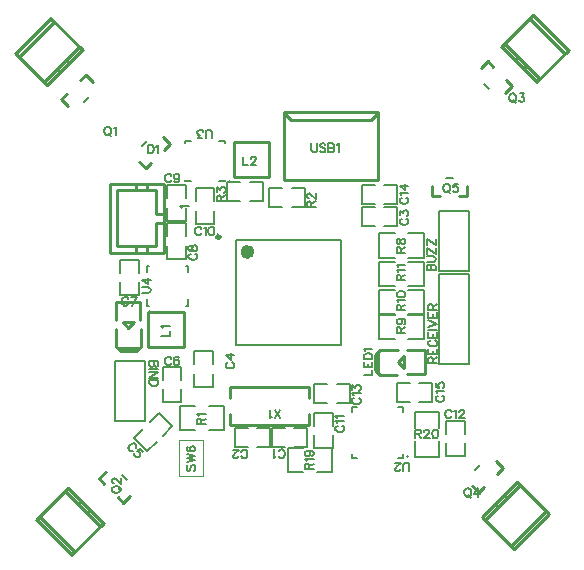
<source format=gto>
G04 ---------------------------- Layer name :TOP SILK LAYER*
G04 EasyEDA v5.6.15, Thu, 26 Jul 2018 23:30:40 GMT*
G04 3f3d84fbcde042cdb59b76facc9dedd5*
G04 Gerber Generator version 0.2*
G04 Scale: 100 percent, Rotated: No, Reflected: No *
G04 Dimensions in millimeters *
G04 leading zeros omitted , absolute positions ,3 integer and 3 decimal *
%FSLAX33Y33*%
%MOMM*%
G90*
G71D02*

%ADD10C,0.254000*%
%ADD49C,0.200000*%
%ADD50C,0.100000*%
%ADD51C,0.199898*%
%ADD52C,0.203200*%
%ADD53C,0.202999*%
%ADD54C,0.200660*%
%ADD55C,0.249999*%
%ADD56C,0.099060*%
%ADD57C,0.599999*%
%ADD58C,0.299999*%
%ADD59C,0.127000*%
%ADD60C,0.152400*%

%LPD*%
G54D10*
G01X34011Y49249D02*
G01X34011Y46249D01*
G01X31011Y46249D01*
G01X31011Y49249D01*
G01X34011Y49249D01*
G01X18022Y54468D02*
G01X18488Y54934D01*
G01X18022Y54468D01*
G01X18488Y54934D01*
G01X19065Y54358D01*
G01X17000Y52293D02*
G01X16424Y52869D01*
G01X16890Y53336D01*
G54D49*
G01X18340Y52594D02*
G01X18764Y53018D01*
G54D10*
G01X48475Y44673D02*
G01X47816Y44673D01*
G01X48475Y44673D01*
G01X47816Y44673D01*
G01X47816Y45488D01*
G01X50735Y45488D02*
G01X50735Y44673D01*
G01X50076Y44673D01*
G54D49*
G01X49575Y46223D02*
G01X48976Y46223D01*
G54D50*
G01X28448Y20939D02*
G01X26416Y20939D01*
G01X26416Y23987D01*
G01X28448Y23987D01*
G01X28448Y20939D01*
G54D49*
G01X36124Y25041D02*
G01X37224Y25041D01*
G01X37224Y23441D01*
G01X36124Y23441D01*
G01X35325Y25041D02*
G01X34224Y25041D01*
G01X34224Y24041D01*
G01X34224Y23441D01*
G01X35325Y23441D01*
G01X32175Y23441D02*
G01X31075Y23441D01*
G01X31075Y25041D01*
G01X32175Y25041D01*
G01X32975Y23441D02*
G01X34075Y23441D01*
G01X34075Y24441D01*
G01X34075Y25041D01*
G01X32975Y25041D01*
G01X43744Y43710D02*
G01X44844Y43710D01*
G01X44844Y42110D01*
G01X43744Y42110D01*
G01X42945Y43710D02*
G01X41844Y43710D01*
G01X41844Y42710D01*
G01X41844Y42110D01*
G01X42945Y42110D01*
G01X29248Y29645D02*
G01X29248Y28545D01*
G01X27647Y28545D01*
G01X27647Y29645D01*
G01X29248Y30445D02*
G01X29248Y31545D01*
G01X28248Y31545D01*
G01X27647Y31545D01*
G01X27647Y30445D01*
G01X43744Y45615D02*
G01X44844Y45615D01*
G01X44844Y44015D01*
G01X43744Y44015D01*
G01X42945Y45615D02*
G01X41844Y45615D01*
G01X41844Y44615D01*
G01X41844Y44015D01*
G01X42945Y44015D01*
G54D10*
G01X30729Y27608D02*
G01X30729Y28508D01*
G01X37379Y28508D01*
G01X37379Y27608D01*
G01X37379Y26208D02*
G01X37379Y25308D01*
G01X30729Y25308D01*
G01X30729Y26208D01*
G54D49*
G01X45917Y27251D02*
G01X44817Y27251D01*
G01X44817Y28851D01*
G01X45917Y28851D01*
G01X46716Y27251D02*
G01X47817Y27251D01*
G01X47817Y28251D01*
G01X47817Y28851D01*
G01X46716Y28851D01*
G01X38932Y27124D02*
G01X37832Y27124D01*
G01X37832Y28724D01*
G01X38932Y28724D01*
G01X39731Y27124D02*
G01X40832Y27124D01*
G01X40832Y28124D01*
G01X40832Y28724D01*
G01X39731Y28724D01*
G01X39408Y24438D02*
G01X39408Y23338D01*
G01X37807Y23338D01*
G01X37807Y24438D01*
G01X39408Y25238D02*
G01X39408Y26338D01*
G01X38408Y26338D01*
G01X37807Y26338D01*
G01X37807Y25238D01*
G54D51*
G01X38019Y21301D02*
G01X39340Y21301D01*
G01X39340Y23371D01*
G01X38019Y23371D01*
G01X36887Y21301D02*
G01X35567Y21301D01*
G01X35567Y23371D01*
G01X36887Y23371D01*
G01X46335Y23940D02*
G01X46335Y22620D01*
G01X48406Y22620D01*
G01X48406Y23940D01*
G01X46335Y25072D02*
G01X46335Y26392D01*
G01X48406Y26392D01*
G01X48406Y25072D01*
G54D10*
G01X26785Y31885D02*
G01X23785Y31885D01*
G01X23785Y34885D01*
G01X26785Y34885D01*
G01X26785Y31885D01*
G54D49*
G01X22948Y37392D02*
G01X22948Y36292D01*
G01X21348Y36292D01*
G01X21348Y37392D01*
G01X22948Y38192D02*
G01X22948Y39292D01*
G01X21948Y39292D01*
G01X21348Y39292D01*
G01X21348Y38192D01*
G54D10*
G01X23114Y34192D02*
G01X23114Y35742D01*
G01X21082Y35742D01*
G01X21082Y34192D01*
G01X23139Y33405D02*
G01X23139Y31932D01*
G01X22733Y31525D01*
G01X21463Y31525D01*
G01X21082Y31906D01*
G01X21082Y33430D01*
G01X22597Y33966D02*
G01X21597Y33966D01*
G01X21598Y33966D01*
G01X22098Y33466D01*
G01X22098Y33466D01*
G01X22597Y33966D01*
G01X22898Y31766D02*
G01X21297Y31766D01*
G54D49*
G01X25361Y44491D02*
G01X25361Y45591D01*
G01X26962Y45591D01*
G01X26962Y44491D01*
G01X25361Y43691D02*
G01X25361Y42591D01*
G01X26361Y42591D01*
G01X26962Y42591D01*
G01X26962Y43691D01*
G01X35122Y43761D02*
G01X34022Y43761D01*
G01X34022Y45361D01*
G01X35122Y45361D01*
G01X35921Y43761D02*
G01X37022Y43761D01*
G01X37022Y44761D01*
G01X37022Y45361D01*
G01X35921Y45361D01*
G01X31566Y44269D02*
G01X30466Y44269D01*
G01X30466Y45869D01*
G01X31566Y45869D01*
G01X32365Y44269D02*
G01X33466Y44269D01*
G01X33466Y45269D01*
G01X33466Y45869D01*
G01X32365Y45869D01*
G54D52*
G01X50927Y38338D02*
G01X48387Y38338D01*
G01X48387Y43418D01*
G01X50927Y43418D01*
G01X50927Y41513D01*
G54D53*
G01X50927Y38338D02*
G01X50927Y41513D01*
G54D52*
G01X50927Y36179D02*
G01X50927Y38084D01*
G01X48387Y38084D01*
G01X48387Y30464D01*
G01X50927Y30464D01*
G54D53*
G01X50927Y30464D02*
G01X50927Y36179D01*
G54D52*
G01X20955Y30718D02*
G01X23495Y30718D01*
G01X23495Y25638D01*
G01X20955Y25638D01*
G01X20955Y27543D01*
G54D53*
G01X20955Y30718D02*
G01X20955Y27543D01*
G54D10*
G01X20065Y20292D02*
G01X19599Y20759D01*
G01X20065Y20292D01*
G01X19599Y20759D01*
G01X20175Y21335D01*
G01X22240Y19271D02*
G01X21663Y18694D01*
G01X21197Y19161D01*
G54D49*
G01X21939Y20611D02*
G01X21515Y21035D01*
G54D10*
G01X54102Y54479D02*
G01X54568Y54012D01*
G01X54102Y54479D01*
G01X54568Y54012D01*
G01X53992Y53436D01*
G01X51927Y55501D02*
G01X52504Y56077D01*
G01X52970Y55611D01*
G54D49*
G01X52228Y54161D02*
G01X52652Y53737D01*
G54D51*
G01X45766Y34636D02*
G01X47087Y34636D01*
G01X47087Y36706D01*
G01X45766Y36706D01*
G01X44634Y34636D02*
G01X43314Y34636D01*
G01X43314Y36706D01*
G01X44634Y36706D01*
G01X45766Y37049D02*
G01X47087Y37049D01*
G01X47087Y39119D01*
G01X45766Y39119D01*
G01X44634Y37049D02*
G01X43314Y37049D01*
G01X43314Y39119D01*
G01X44634Y39119D01*
G01X45766Y32604D02*
G01X47087Y32604D01*
G01X47087Y34674D01*
G01X45766Y34674D01*
G01X44634Y32604D02*
G01X43314Y32604D01*
G01X43314Y34674D01*
G01X44634Y34674D01*
G54D10*
G01X52021Y17510D02*
G01X54736Y14795D01*
G01X54991Y20480D02*
G01X57706Y17765D01*
G01X52031Y17499D02*
G01X55001Y20469D01*
G01X57696Y17775D02*
G01X54726Y14805D01*
G01X52301Y17230D02*
G01X55271Y20200D01*
G01X54456Y15075D02*
G01X57426Y18045D01*
G01X53157Y18625D02*
G01X53427Y18356D01*
G01X53876Y19344D02*
G01X54145Y19074D01*
G01X17017Y19972D02*
G01X14302Y17257D01*
G01X19987Y17002D02*
G01X17272Y14287D01*
G01X17007Y19961D02*
G01X19977Y16991D01*
G01X17282Y14297D02*
G01X14312Y17267D01*
G01X16737Y19692D02*
G01X19707Y16722D01*
G01X14582Y17537D02*
G01X17552Y14567D01*
G01X18132Y18836D02*
G01X17863Y18566D01*
G01X18851Y18117D02*
G01X18581Y17848D01*
G01X56642Y54292D02*
G01X59357Y57007D01*
G01X53672Y57262D02*
G01X56387Y59977D01*
G01X56652Y54302D02*
G01X53682Y57272D01*
G01X56377Y59966D02*
G01X59347Y56996D01*
G01X56922Y54572D02*
G01X53952Y57542D01*
G01X59077Y56727D02*
G01X56107Y59697D01*
G01X55527Y55428D02*
G01X55796Y55697D01*
G01X54808Y56146D02*
G01X55078Y56416D01*
G01X18209Y57008D02*
G01X15494Y59723D01*
G01X15239Y54038D02*
G01X12524Y56753D01*
G01X18199Y57018D02*
G01X15229Y54048D01*
G01X12534Y56742D02*
G01X15504Y59712D01*
G01X17929Y57288D02*
G01X14959Y54318D01*
G01X15774Y59443D02*
G01X12804Y56473D01*
G01X17073Y55892D02*
G01X16803Y56162D01*
G01X16354Y55174D02*
G01X16085Y55443D01*
G01X24014Y47482D02*
G01X23548Y47015D01*
G01X24014Y47482D01*
G01X23548Y47015D01*
G01X22971Y47592D01*
G01X25036Y49656D02*
G01X25612Y49080D01*
G01X25146Y48613D01*
G54D49*
G01X23696Y49356D02*
G01X23272Y48932D01*
G54D10*
G01X45637Y29575D02*
G01X47187Y29575D01*
G01X47187Y31607D01*
G01X45637Y31607D01*
G01X44850Y29550D02*
G01X43377Y29550D01*
G01X42970Y29956D01*
G01X42970Y31226D01*
G01X43351Y31607D01*
G01X44875Y31607D01*
G01X45411Y30091D02*
G01X45411Y31091D01*
G01X45411Y31091D01*
G01X44912Y30591D01*
G01X44912Y30591D01*
G01X45411Y30091D01*
G01X43212Y29791D02*
G01X43212Y31391D01*
G01X20574Y45730D02*
G01X20574Y39837D01*
G01X22758Y39837D01*
G01X22758Y40421D01*
G01X23672Y40421D01*
G01X23672Y39837D01*
G01X25069Y39837D01*
G01X25069Y42377D01*
G01X25069Y43190D01*
G01X25069Y45730D01*
G01X23672Y45730D01*
G01X23672Y45145D01*
G01X22758Y45145D01*
G01X22758Y45730D01*
G01X20574Y45730D01*
G01X22758Y45730D02*
G01X23672Y45730D01*
G01X22758Y39837D02*
G01X23672Y39837D01*
G01X22758Y40421D02*
G01X21158Y40421D01*
G01X21158Y45145D01*
G01X22758Y45145D01*
G01X23672Y40421D02*
G01X24460Y40421D01*
G01X24460Y42377D01*
G01X25069Y42377D01*
G01X23672Y45145D02*
G01X24460Y45145D01*
G01X24460Y43190D01*
G01X25069Y43190D01*
G54D49*
G01X48983Y24552D02*
G01X48983Y25652D01*
G01X50584Y25652D01*
G01X50584Y24552D01*
G01X48983Y23752D02*
G01X48983Y22652D01*
G01X49983Y22652D01*
G01X50584Y22652D01*
G01X50584Y23752D01*
G01X45330Y22872D02*
G01X45330Y22472D01*
G01X44930Y22472D01*
G01X41429Y22472D02*
G01X41029Y22472D01*
G01X41029Y22872D01*
G01X41429Y26772D02*
G01X41029Y26772D01*
G01X41029Y26372D01*
G01X44930Y26772D02*
G01X45330Y26772D01*
G01X45330Y26372D01*
G54D10*
G01X35243Y46078D02*
G01X35243Y51818D01*
G01X35243Y46068D02*
G01X43242Y46068D01*
G01X43242Y46068D02*
G01X43242Y51808D01*
G01X35243Y51828D02*
G01X43242Y51828D01*
G01X35853Y51118D02*
G01X42622Y51118D01*
G01X35263Y51828D02*
G01X35263Y51708D01*
G01X35853Y51118D01*
G01X43213Y51808D02*
G01X43213Y51708D01*
G01X42622Y51118D01*
G54D51*
G01X45766Y39462D02*
G01X47087Y39462D01*
G01X47087Y41532D01*
G01X45766Y41532D01*
G01X44634Y39462D02*
G01X43314Y39462D01*
G01X43314Y41532D01*
G01X44634Y41532D01*
G54D10*
G01X52208Y20050D02*
G01X51742Y19583D01*
G01X52208Y20050D01*
G01X51742Y19583D01*
G01X51165Y20160D01*
G01X53230Y22224D02*
G01X53806Y21648D01*
G01X53340Y21181D01*
G54D49*
G01X51890Y21924D02*
G01X51466Y21500D01*
G54D54*
G01X27099Y35918D02*
G01X27099Y35369D01*
G01X26939Y35369D01*
G01X27099Y38219D02*
G01X27099Y38768D01*
G01X26939Y38768D01*
G01X23700Y38219D02*
G01X23700Y38768D01*
G01X23860Y38768D01*
G01X23860Y35369D02*
G01X23700Y35369D01*
G01X23700Y35918D01*
G01X29725Y49309D02*
G01X30274Y49309D01*
G01X30274Y49149D01*
G01X27424Y49309D02*
G01X26875Y49309D01*
G01X26875Y49149D01*
G01X27424Y45910D02*
G01X26875Y45910D01*
G01X26875Y46070D01*
G01X30274Y46070D02*
G01X30274Y45910D01*
G01X29725Y45910D01*
G54D51*
G01X28875Y24857D02*
G01X30196Y24857D01*
G01X30196Y26927D01*
G01X28875Y26927D01*
G01X27743Y24857D02*
G01X26423Y24857D01*
G01X26423Y26927D01*
G01X27743Y26927D01*
G54D49*
G01X23904Y25528D02*
G01X24682Y26306D01*
G01X25814Y25175D01*
G01X25036Y24397D01*
G01X23339Y24963D02*
G01X22561Y24185D01*
G01X23268Y23478D01*
G01X23692Y23054D01*
G01X24470Y23831D01*
G01X24980Y29124D02*
G01X24980Y30224D01*
G01X26581Y30224D01*
G01X26581Y29124D01*
G01X24980Y28324D02*
G01X24980Y27224D01*
G01X25980Y27224D01*
G01X26581Y27224D01*
G01X26581Y28324D01*
G01X26987Y40466D02*
G01X26987Y39366D01*
G01X25387Y39366D01*
G01X25387Y40466D01*
G01X26987Y41266D02*
G01X26987Y42366D01*
G01X25987Y42366D01*
G01X25387Y42366D01*
G01X25387Y41266D01*
G01X27774Y44237D02*
G01X27774Y45337D01*
G01X29375Y45337D01*
G01X29375Y44237D01*
G01X27774Y43437D02*
G01X27774Y42337D01*
G01X28774Y42337D01*
G01X29375Y42337D01*
G01X29375Y43437D01*
G01X40070Y40947D02*
G01X40070Y32047D01*
G01X31170Y32047D01*
G01X31170Y40947D01*
G01X40070Y40947D01*
G54D59*
G01X31785Y48013D02*
G01X31785Y47284D01*
G01X31785Y47284D02*
G01X32202Y47284D01*
G01X32463Y47838D02*
G01X32463Y47873D01*
G01X32499Y47942D01*
G01X32534Y47978D01*
G01X32603Y48013D01*
G01X32740Y48013D01*
G01X32811Y47978D01*
G01X32844Y47942D01*
G01X32880Y47873D01*
G01X32880Y47805D01*
G01X32844Y47736D01*
G01X32776Y47632D01*
G01X32430Y47284D01*
G01X32915Y47284D01*
G01X20274Y50553D02*
G01X20205Y50518D01*
G01X20134Y50449D01*
G01X20101Y50378D01*
G01X20066Y50276D01*
G01X20066Y50101D01*
G01X20101Y49997D01*
G01X20134Y49928D01*
G01X20205Y49860D01*
G01X20274Y49824D01*
G01X20411Y49824D01*
G01X20482Y49860D01*
G01X20551Y49928D01*
G01X20586Y49997D01*
G01X20619Y50101D01*
G01X20619Y50276D01*
G01X20586Y50378D01*
G01X20551Y50449D01*
G01X20482Y50518D01*
G01X20411Y50553D01*
G01X20274Y50553D01*
G01X20378Y49964D02*
G01X20586Y49756D01*
G01X20848Y50413D02*
G01X20916Y50449D01*
G01X21021Y50553D01*
G01X21021Y49824D01*
G01X48976Y45727D02*
G01X48907Y45692D01*
G01X48836Y45623D01*
G01X48803Y45552D01*
G01X48768Y45450D01*
G01X48768Y45275D01*
G01X48803Y45171D01*
G01X48836Y45102D01*
G01X48907Y45034D01*
G01X48976Y44998D01*
G01X49113Y44998D01*
G01X49184Y45034D01*
G01X49253Y45102D01*
G01X49288Y45171D01*
G01X49321Y45275D01*
G01X49321Y45450D01*
G01X49288Y45552D01*
G01X49253Y45623D01*
G01X49184Y45692D01*
G01X49113Y45727D01*
G01X48976Y45727D01*
G01X49080Y45138D02*
G01X49288Y44930D01*
G01X49966Y45727D02*
G01X49618Y45727D01*
G01X49585Y45415D01*
G01X49618Y45450D01*
G01X49723Y45483D01*
G01X49827Y45483D01*
G01X49931Y45450D01*
G01X49999Y45379D01*
G01X50035Y45275D01*
G01X50035Y45206D01*
G01X49999Y45102D01*
G01X49931Y45034D01*
G01X49827Y44998D01*
G01X49723Y44998D01*
G01X49618Y45034D01*
G01X49585Y45069D01*
G01X49550Y45138D01*
G01X27119Y21897D02*
G01X27051Y21828D01*
G01X27015Y21724D01*
G01X27015Y21584D01*
G01X27051Y21480D01*
G01X27119Y21412D01*
G01X27190Y21412D01*
G01X27259Y21447D01*
G01X27292Y21480D01*
G01X27327Y21551D01*
G01X27396Y21757D01*
G01X27432Y21828D01*
G01X27467Y21861D01*
G01X27536Y21897D01*
G01X27640Y21897D01*
G01X27708Y21828D01*
G01X27744Y21724D01*
G01X27744Y21584D01*
G01X27708Y21480D01*
G01X27640Y21412D01*
G01X27015Y22125D02*
G01X27744Y22298D01*
G01X27015Y22471D02*
G01X27744Y22298D01*
G01X27015Y22471D02*
G01X27744Y22644D01*
G01X27015Y22819D02*
G01X27744Y22644D01*
G01X27119Y23461D02*
G01X27051Y23428D01*
G01X27015Y23324D01*
G01X27015Y23253D01*
G01X27051Y23152D01*
G01X27155Y23080D01*
G01X27327Y23047D01*
G01X27500Y23047D01*
G01X27640Y23080D01*
G01X27708Y23152D01*
G01X27744Y23253D01*
G01X27744Y23289D01*
G01X27708Y23393D01*
G01X27640Y23461D01*
G01X27536Y23497D01*
G01X27500Y23497D01*
G01X27396Y23461D01*
G01X27327Y23393D01*
G01X27292Y23289D01*
G01X27292Y23253D01*
G01X27327Y23152D01*
G01X27396Y23080D01*
G01X27500Y23047D01*
G54D60*
G01X34818Y22672D02*
G01X34853Y22600D01*
G01X34922Y22532D01*
G01X34993Y22496D01*
G01X35130Y22496D01*
G01X35199Y22532D01*
G01X35270Y22600D01*
G01X35303Y22672D01*
G01X35339Y22773D01*
G01X35339Y22948D01*
G01X35303Y23053D01*
G01X35270Y23121D01*
G01X35199Y23190D01*
G01X35130Y23225D01*
G01X34993Y23225D01*
G01X34922Y23190D01*
G01X34853Y23121D01*
G01X34818Y23053D01*
G01X34589Y22636D02*
G01X34521Y22600D01*
G01X34417Y22496D01*
G01X34417Y23225D01*
G01X31645Y22641D02*
G01X31681Y22570D01*
G01X31750Y22501D01*
G01X31821Y22466D01*
G01X31958Y22466D01*
G01X32026Y22501D01*
G01X32098Y22570D01*
G01X32131Y22641D01*
G01X32166Y22743D01*
G01X32166Y22918D01*
G01X32131Y23022D01*
G01X32098Y23091D01*
G01X32026Y23159D01*
G01X31958Y23195D01*
G01X31821Y23195D01*
G01X31750Y23159D01*
G01X31681Y23091D01*
G01X31645Y23022D01*
G01X31384Y22641D02*
G01X31384Y22605D01*
G01X31348Y22537D01*
G01X31315Y22501D01*
G01X31244Y22466D01*
G01X31107Y22466D01*
G01X31036Y22501D01*
G01X31003Y22537D01*
G01X30967Y22605D01*
G01X30967Y22674D01*
G01X31003Y22743D01*
G01X31071Y22847D01*
G01X31417Y23195D01*
G01X30934Y23195D01*
G54D59*
G01X45224Y42760D02*
G01X45153Y42725D01*
G01X45085Y42656D01*
G01X45049Y42585D01*
G01X45049Y42448D01*
G01X45085Y42379D01*
G01X45153Y42308D01*
G01X45224Y42275D01*
G01X45326Y42240D01*
G01X45501Y42240D01*
G01X45605Y42275D01*
G01X45674Y42308D01*
G01X45742Y42379D01*
G01X45778Y42448D01*
G01X45778Y42585D01*
G01X45742Y42656D01*
G01X45674Y42725D01*
G01X45605Y42760D01*
G01X45049Y43058D02*
G01X45049Y43439D01*
G01X45326Y43230D01*
G01X45326Y43334D01*
G01X45361Y43403D01*
G01X45397Y43439D01*
G01X45501Y43472D01*
G01X45570Y43472D01*
G01X45674Y43439D01*
G01X45742Y43370D01*
G01X45778Y43266D01*
G01X45778Y43162D01*
G01X45742Y43058D01*
G01X45707Y43022D01*
G01X45638Y42989D01*
G01X30492Y30604D02*
G01X30421Y30568D01*
G01X30353Y30500D01*
G01X30317Y30429D01*
G01X30317Y30292D01*
G01X30353Y30223D01*
G01X30421Y30152D01*
G01X30492Y30119D01*
G01X30594Y30083D01*
G01X30769Y30083D01*
G01X30873Y30119D01*
G01X30942Y30152D01*
G01X31010Y30223D01*
G01X31046Y30292D01*
G01X31046Y30429D01*
G01X31010Y30500D01*
G01X30942Y30568D01*
G01X30873Y30604D01*
G01X30317Y31178D02*
G01X30802Y30833D01*
G01X30802Y31351D01*
G01X30317Y31178D02*
G01X31046Y31178D01*
G01X45224Y44538D02*
G01X45153Y44503D01*
G01X45084Y44434D01*
G01X45049Y44363D01*
G01X45049Y44226D01*
G01X45084Y44157D01*
G01X45153Y44086D01*
G01X45224Y44053D01*
G01X45326Y44018D01*
G01X45501Y44018D01*
G01X45605Y44053D01*
G01X45674Y44086D01*
G01X45742Y44157D01*
G01X45778Y44226D01*
G01X45778Y44363D01*
G01X45742Y44434D01*
G01X45674Y44503D01*
G01X45605Y44538D01*
G01X45189Y44767D02*
G01X45153Y44836D01*
G01X45049Y44940D01*
G01X45778Y44940D01*
G01X45049Y45514D02*
G01X45534Y45168D01*
G01X45534Y45687D01*
G01X45049Y45514D02*
G01X45778Y45514D01*
G54D60*
G01X34960Y25859D02*
G01X34475Y26588D01*
G01X34475Y25859D02*
G01X34960Y26588D01*
G01X34246Y25999D02*
G01X34178Y25963D01*
G01X34074Y25859D01*
G01X34074Y26588D01*
G54D59*
G01X48272Y27774D02*
G01X48201Y27739D01*
G01X48133Y27670D01*
G01X48097Y27599D01*
G01X48097Y27462D01*
G01X48133Y27393D01*
G01X48201Y27322D01*
G01X48272Y27289D01*
G01X48374Y27254D01*
G01X48549Y27254D01*
G01X48653Y27289D01*
G01X48722Y27322D01*
G01X48790Y27393D01*
G01X48826Y27462D01*
G01X48826Y27599D01*
G01X48790Y27670D01*
G01X48722Y27739D01*
G01X48653Y27774D01*
G01X48237Y28003D02*
G01X48201Y28072D01*
G01X48097Y28176D01*
G01X48826Y28176D01*
G01X48097Y28818D02*
G01X48097Y28473D01*
G01X48409Y28437D01*
G01X48374Y28473D01*
G01X48341Y28577D01*
G01X48341Y28681D01*
G01X48374Y28785D01*
G01X48445Y28854D01*
G01X48549Y28889D01*
G01X48618Y28889D01*
G01X48722Y28854D01*
G01X48790Y28785D01*
G01X48826Y28681D01*
G01X48826Y28577D01*
G01X48790Y28473D01*
G01X48755Y28437D01*
G01X48686Y28404D01*
G01X41196Y27571D02*
G01X41125Y27536D01*
G01X41056Y27467D01*
G01X41021Y27396D01*
G01X41021Y27259D01*
G01X41056Y27190D01*
G01X41125Y27119D01*
G01X41196Y27086D01*
G01X41297Y27051D01*
G01X41473Y27051D01*
G01X41577Y27086D01*
G01X41645Y27119D01*
G01X41714Y27190D01*
G01X41750Y27259D01*
G01X41750Y27396D01*
G01X41714Y27467D01*
G01X41645Y27536D01*
G01X41577Y27571D01*
G01X41160Y27800D02*
G01X41125Y27868D01*
G01X41021Y27973D01*
G01X41750Y27973D01*
G01X41021Y28270D02*
G01X41021Y28651D01*
G01X41297Y28442D01*
G01X41297Y28547D01*
G01X41333Y28615D01*
G01X41369Y28651D01*
G01X41473Y28686D01*
G01X41541Y28686D01*
G01X41645Y28651D01*
G01X41714Y28582D01*
G01X41750Y28478D01*
G01X41750Y28374D01*
G01X41714Y28270D01*
G01X41678Y28234D01*
G01X41610Y28201D01*
G01X39799Y25217D02*
G01X39728Y25181D01*
G01X39659Y25112D01*
G01X39624Y25041D01*
G01X39624Y24904D01*
G01X39659Y24836D01*
G01X39728Y24765D01*
G01X39799Y24731D01*
G01X39900Y24696D01*
G01X40076Y24696D01*
G01X40180Y24731D01*
G01X40248Y24765D01*
G01X40317Y24836D01*
G01X40352Y24904D01*
G01X40352Y25041D01*
G01X40317Y25112D01*
G01X40248Y25181D01*
G01X40180Y25217D01*
G01X39763Y25445D02*
G01X39728Y25514D01*
G01X39624Y25618D01*
G01X40352Y25618D01*
G01X39763Y25847D02*
G01X39728Y25915D01*
G01X39624Y26019D01*
G01X40352Y26019D01*
G01X37048Y21539D02*
G01X37777Y21539D01*
G01X37048Y21539D02*
G01X37048Y21851D01*
G01X37084Y21955D01*
G01X37119Y21988D01*
G01X37188Y22024D01*
G01X37256Y22024D01*
G01X37325Y21988D01*
G01X37360Y21955D01*
G01X37396Y21851D01*
G01X37396Y21539D01*
G01X37396Y21780D02*
G01X37777Y22024D01*
G01X37188Y22252D02*
G01X37152Y22321D01*
G01X37048Y22425D01*
G01X37777Y22425D01*
G01X37292Y23103D02*
G01X37396Y23070D01*
G01X37465Y22999D01*
G01X37500Y22898D01*
G01X37500Y22862D01*
G01X37465Y22758D01*
G01X37396Y22689D01*
G01X37292Y22654D01*
G01X37256Y22654D01*
G01X37152Y22689D01*
G01X37084Y22758D01*
G01X37048Y22862D01*
G01X37048Y22898D01*
G01X37084Y22999D01*
G01X37152Y23070D01*
G01X37292Y23103D01*
G01X37465Y23103D01*
G01X37637Y23070D01*
G01X37741Y22999D01*
G01X37777Y22898D01*
G01X37777Y22827D01*
G01X37741Y22722D01*
G01X37673Y22689D01*
G01X46390Y24904D02*
G01X46390Y24175D01*
G01X46390Y24904D02*
G01X46702Y24904D01*
G01X46807Y24869D01*
G01X46840Y24833D01*
G01X46875Y24765D01*
G01X46875Y24696D01*
G01X46840Y24627D01*
G01X46807Y24592D01*
G01X46702Y24556D01*
G01X46390Y24556D01*
G01X46631Y24556D02*
G01X46875Y24175D01*
G01X47139Y24729D02*
G01X47139Y24765D01*
G01X47172Y24833D01*
G01X47208Y24869D01*
G01X47276Y24904D01*
G01X47416Y24904D01*
G01X47485Y24869D01*
G01X47520Y24833D01*
G01X47553Y24765D01*
G01X47553Y24696D01*
G01X47520Y24627D01*
G01X47449Y24523D01*
G01X47104Y24175D01*
G01X47589Y24175D01*
G01X48026Y24904D02*
G01X47922Y24869D01*
G01X47851Y24765D01*
G01X47818Y24592D01*
G01X47818Y24488D01*
G01X47851Y24315D01*
G01X47922Y24211D01*
G01X48026Y24175D01*
G01X48094Y24175D01*
G01X48199Y24211D01*
G01X48267Y24315D01*
G01X48303Y24488D01*
G01X48303Y24592D01*
G01X48267Y24765D01*
G01X48199Y24869D01*
G01X48094Y24904D01*
G01X48026Y24904D01*
G54D60*
G01X24856Y32842D02*
G01X25585Y32842D01*
G01X25585Y32842D02*
G01X25585Y33258D01*
G01X24996Y33487D02*
G01X24960Y33555D01*
G01X24856Y33660D01*
G01X25585Y33660D01*
G54D59*
G01X22070Y35951D02*
G01X22034Y36022D01*
G01X21965Y36090D01*
G01X21894Y36126D01*
G01X21757Y36126D01*
G01X21689Y36090D01*
G01X21618Y36022D01*
G01X21584Y35951D01*
G01X21549Y35849D01*
G01X21549Y35674D01*
G01X21584Y35570D01*
G01X21618Y35501D01*
G01X21689Y35432D01*
G01X21757Y35397D01*
G01X21894Y35397D01*
G01X21965Y35432D01*
G01X22034Y35501D01*
G01X22070Y35570D01*
G01X22781Y36126D02*
G01X22435Y35397D01*
G01X22298Y36126D02*
G01X22781Y36126D01*
G01X25702Y46398D02*
G01X25666Y46469D01*
G01X25598Y46537D01*
G01X25526Y46573D01*
G01X25389Y46573D01*
G01X25321Y46537D01*
G01X25250Y46469D01*
G01X25217Y46398D01*
G01X25181Y46296D01*
G01X25181Y46121D01*
G01X25217Y46017D01*
G01X25250Y45948D01*
G01X25321Y45880D01*
G01X25389Y45844D01*
G01X25526Y45844D01*
G01X25598Y45880D01*
G01X25666Y45948D01*
G01X25702Y46017D01*
G01X26380Y46329D02*
G01X26344Y46225D01*
G01X26276Y46156D01*
G01X26172Y46121D01*
G01X26136Y46121D01*
G01X26032Y46156D01*
G01X25963Y46225D01*
G01X25930Y46329D01*
G01X25930Y46365D01*
G01X25963Y46469D01*
G01X26032Y46537D01*
G01X26136Y46573D01*
G01X26172Y46573D01*
G01X26276Y46537D01*
G01X26344Y46469D01*
G01X26380Y46329D01*
G01X26380Y46156D01*
G01X26344Y45984D01*
G01X26276Y45880D01*
G01X26172Y45844D01*
G01X26103Y45844D01*
G01X25999Y45880D01*
G01X25963Y45948D01*
G01X37210Y43743D02*
G01X37939Y43743D01*
G01X37210Y43743D02*
G01X37210Y44056D01*
G01X37246Y44160D01*
G01X37282Y44193D01*
G01X37350Y44229D01*
G01X37419Y44229D01*
G01X37487Y44193D01*
G01X37523Y44160D01*
G01X37558Y44056D01*
G01X37558Y43743D01*
G01X37558Y43985D02*
G01X37939Y44229D01*
G01X37386Y44493D02*
G01X37350Y44493D01*
G01X37282Y44526D01*
G01X37246Y44561D01*
G01X37210Y44630D01*
G01X37210Y44770D01*
G01X37246Y44838D01*
G01X37282Y44874D01*
G01X37350Y44907D01*
G01X37419Y44907D01*
G01X37487Y44874D01*
G01X37591Y44803D01*
G01X37939Y44457D01*
G01X37939Y44942D01*
G01X29591Y44251D02*
G01X30319Y44251D01*
G01X29591Y44251D02*
G01X29591Y44564D01*
G01X29626Y44668D01*
G01X29662Y44701D01*
G01X29730Y44737D01*
G01X29799Y44737D01*
G01X29867Y44701D01*
G01X29903Y44668D01*
G01X29938Y44564D01*
G01X29938Y44251D01*
G01X29938Y44493D02*
G01X30319Y44737D01*
G01X29591Y45034D02*
G01X29591Y45415D01*
G01X29867Y45206D01*
G01X29867Y45311D01*
G01X29903Y45382D01*
G01X29938Y45415D01*
G01X30043Y45450D01*
G01X30111Y45450D01*
G01X30215Y45415D01*
G01X30284Y45346D01*
G01X30319Y45242D01*
G01X30319Y45138D01*
G01X30284Y45034D01*
G01X30248Y45001D01*
G01X30180Y44965D01*
G01X47371Y38379D02*
G01X48100Y38379D01*
G01X47371Y38379D02*
G01X47371Y38691D01*
G01X47406Y38795D01*
G01X47442Y38828D01*
G01X47510Y38864D01*
G01X47579Y38864D01*
G01X47647Y38828D01*
G01X47683Y38795D01*
G01X47719Y38691D01*
G01X47719Y38379D02*
G01X47719Y38691D01*
G01X47752Y38795D01*
G01X47787Y38828D01*
G01X47856Y38864D01*
G01X47960Y38864D01*
G01X48028Y38828D01*
G01X48064Y38795D01*
G01X48100Y38691D01*
G01X48100Y38379D01*
G01X47371Y39093D02*
G01X47891Y39093D01*
G01X47995Y39128D01*
G01X48064Y39197D01*
G01X48100Y39301D01*
G01X48100Y39369D01*
G01X48064Y39474D01*
G01X47995Y39542D01*
G01X47891Y39578D01*
G01X47371Y39578D01*
G01X47371Y40291D02*
G01X48100Y39806D01*
G01X47371Y39806D02*
G01X47371Y40291D01*
G01X48100Y39806D02*
G01X48100Y40291D01*
G01X47371Y41005D02*
G01X48100Y40520D01*
G01X47371Y40520D02*
G01X47371Y41005D01*
G01X48100Y40520D02*
G01X48100Y41005D01*
G54D60*
G01X47497Y30551D02*
G01X48226Y30551D01*
G01X47497Y30551D02*
G01X47497Y30863D01*
G01X47533Y30967D01*
G01X47569Y31000D01*
G01X47637Y31036D01*
G01X47706Y31036D01*
G01X47774Y31000D01*
G01X47810Y30967D01*
G01X47845Y30863D01*
G01X47845Y30551D01*
G01X47845Y30792D02*
G01X48226Y31036D01*
G01X47497Y31264D02*
G01X48226Y31264D01*
G01X47497Y31264D02*
G01X47497Y31714D01*
G01X47845Y31264D02*
G01X47845Y31541D01*
G01X48226Y31264D02*
G01X48226Y31714D01*
G01X47673Y32463D02*
G01X47602Y32428D01*
G01X47533Y32359D01*
G01X47497Y32291D01*
G01X47497Y32151D01*
G01X47533Y32082D01*
G01X47602Y32011D01*
G01X47673Y31978D01*
G01X47774Y31943D01*
G01X47950Y31943D01*
G01X48054Y31978D01*
G01X48122Y32011D01*
G01X48191Y32082D01*
G01X48226Y32151D01*
G01X48226Y32291D01*
G01X48191Y32359D01*
G01X48122Y32428D01*
G01X48054Y32463D01*
G01X47497Y32692D02*
G01X48226Y32692D01*
G01X47497Y32692D02*
G01X47497Y33141D01*
G01X47845Y32692D02*
G01X47845Y32969D01*
G01X48226Y32692D02*
G01X48226Y33141D01*
G01X47497Y33370D02*
G01X48226Y33370D01*
G01X47497Y33599D02*
G01X48226Y33876D01*
G01X47497Y34152D02*
G01X48226Y33876D01*
G01X47497Y34381D02*
G01X48226Y34381D01*
G01X47497Y34381D02*
G01X47497Y34831D01*
G01X47845Y34381D02*
G01X47845Y34658D01*
G01X48226Y34381D02*
G01X48226Y34831D01*
G01X47497Y35059D02*
G01X48226Y35059D01*
G01X47497Y35059D02*
G01X47497Y35372D01*
G01X47533Y35476D01*
G01X47569Y35511D01*
G01X47637Y35544D01*
G01X47706Y35544D01*
G01X47774Y35511D01*
G01X47810Y35476D01*
G01X47845Y35372D01*
G01X47845Y35059D01*
G01X47845Y35303D02*
G01X48226Y35544D01*
G54D59*
G01X24604Y30718D02*
G01X23875Y30718D01*
G01X24604Y30718D02*
G01X24604Y30406D01*
G01X24569Y30302D01*
G01X24533Y30269D01*
G01X24465Y30233D01*
G01X24396Y30233D01*
G01X24328Y30269D01*
G01X24292Y30302D01*
G01X24256Y30406D01*
G01X24256Y30718D02*
G01X24256Y30406D01*
G01X24223Y30302D01*
G01X24188Y30269D01*
G01X24119Y30233D01*
G01X24015Y30233D01*
G01X23947Y30269D01*
G01X23911Y30302D01*
G01X23875Y30406D01*
G01X23875Y30718D01*
G01X24604Y30005D02*
G01X23875Y30005D01*
G01X24604Y29776D02*
G01X23875Y29776D01*
G01X24604Y29776D02*
G01X23875Y29291D01*
G01X24604Y29291D02*
G01X23875Y29291D01*
G01X24604Y29062D02*
G01X23875Y29062D01*
G01X24604Y29062D02*
G01X24604Y28821D01*
G01X24569Y28717D01*
G01X24500Y28648D01*
G01X24429Y28613D01*
G01X24328Y28577D01*
G01X24152Y28577D01*
G01X24048Y28613D01*
G01X23980Y28648D01*
G01X23911Y28717D01*
G01X23875Y28821D01*
G01X23875Y29062D01*
G01X20701Y19753D02*
G01X20736Y19685D01*
G01X20805Y19613D01*
G01X20876Y19580D01*
G01X20977Y19545D01*
G01X21153Y19545D01*
G01X21257Y19580D01*
G01X21325Y19613D01*
G01X21394Y19685D01*
G01X21429Y19753D01*
G01X21429Y19890D01*
G01X21394Y19961D01*
G01X21325Y20030D01*
G01X21257Y20066D01*
G01X21153Y20099D01*
G01X20977Y20099D01*
G01X20876Y20066D01*
G01X20805Y20030D01*
G01X20736Y19961D01*
G01X20701Y19890D01*
G01X20701Y19753D01*
G01X21290Y19857D02*
G01X21498Y20066D01*
G01X20876Y20363D02*
G01X20840Y20363D01*
G01X20772Y20396D01*
G01X20736Y20431D01*
G01X20701Y20500D01*
G01X20701Y20640D01*
G01X20736Y20708D01*
G01X20772Y20744D01*
G01X20840Y20777D01*
G01X20909Y20777D01*
G01X20977Y20744D01*
G01X21082Y20675D01*
G01X21429Y20327D01*
G01X21429Y20812D01*
G01X54564Y53373D02*
G01X54495Y53337D01*
G01X54424Y53268D01*
G01X54391Y53197D01*
G01X54356Y53096D01*
G01X54356Y52920D01*
G01X54391Y52816D01*
G01X54424Y52748D01*
G01X54495Y52679D01*
G01X54564Y52644D01*
G01X54701Y52644D01*
G01X54772Y52679D01*
G01X54841Y52748D01*
G01X54876Y52816D01*
G01X54909Y52920D01*
G01X54909Y53096D01*
G01X54876Y53197D01*
G01X54841Y53268D01*
G01X54772Y53337D01*
G01X54701Y53373D01*
G01X54564Y53373D01*
G01X54668Y52783D02*
G01X54876Y52575D01*
G01X55206Y53373D02*
G01X55587Y53373D01*
G01X55382Y53096D01*
G01X55486Y53096D01*
G01X55554Y53060D01*
G01X55587Y53025D01*
G01X55623Y52920D01*
G01X55623Y52852D01*
G01X55587Y52748D01*
G01X55519Y52679D01*
G01X55415Y52644D01*
G01X55311Y52644D01*
G01X55206Y52679D01*
G01X55173Y52715D01*
G01X55138Y52783D01*
G01X44796Y35001D02*
G01X45525Y35001D01*
G01X44796Y35001D02*
G01X44796Y35314D01*
G01X44832Y35418D01*
G01X44867Y35451D01*
G01X44936Y35486D01*
G01X45004Y35486D01*
G01X45073Y35451D01*
G01X45108Y35418D01*
G01X45144Y35314D01*
G01X45144Y35001D01*
G01X45144Y35243D02*
G01X45525Y35486D01*
G01X44936Y35715D02*
G01X44900Y35784D01*
G01X44796Y35888D01*
G01X45525Y35888D01*
G01X44796Y36325D02*
G01X44832Y36220D01*
G01X44936Y36152D01*
G01X45108Y36116D01*
G01X45213Y36116D01*
G01X45385Y36152D01*
G01X45489Y36220D01*
G01X45525Y36325D01*
G01X45525Y36393D01*
G01X45489Y36497D01*
G01X45385Y36566D01*
G01X45213Y36601D01*
G01X45108Y36601D01*
G01X44936Y36566D01*
G01X44832Y36497D01*
G01X44796Y36393D01*
G01X44796Y36325D01*
G01X44796Y37541D02*
G01X45525Y37541D01*
G01X44796Y37541D02*
G01X44796Y37854D01*
G01X44832Y37958D01*
G01X44867Y37991D01*
G01X44936Y38026D01*
G01X45004Y38026D01*
G01X45073Y37991D01*
G01X45108Y37958D01*
G01X45144Y37854D01*
G01X45144Y37541D01*
G01X45144Y37783D02*
G01X45525Y38026D01*
G01X44936Y38255D02*
G01X44900Y38324D01*
G01X44796Y38428D01*
G01X45525Y38428D01*
G01X44936Y38656D02*
G01X44900Y38725D01*
G01X44796Y38829D01*
G01X45525Y38829D01*
G01X44796Y33096D02*
G01X45525Y33096D01*
G01X44796Y33096D02*
G01X44796Y33409D01*
G01X44832Y33513D01*
G01X44867Y33546D01*
G01X44936Y33581D01*
G01X45004Y33581D01*
G01X45073Y33546D01*
G01X45108Y33513D01*
G01X45144Y33409D01*
G01X45144Y33096D01*
G01X45144Y33338D02*
G01X45525Y33581D01*
G01X45040Y34260D02*
G01X45144Y34227D01*
G01X45213Y34155D01*
G01X45248Y34051D01*
G01X45248Y34018D01*
G01X45213Y33914D01*
G01X45144Y33846D01*
G01X45040Y33810D01*
G01X45004Y33810D01*
G01X44900Y33846D01*
G01X44832Y33914D01*
G01X44796Y34018D01*
G01X44796Y34051D01*
G01X44832Y34155D01*
G01X44900Y34227D01*
G01X45040Y34260D01*
G01X45213Y34260D01*
G01X45385Y34227D01*
G01X45489Y34155D01*
G01X45525Y34051D01*
G01X45525Y33983D01*
G01X45489Y33879D01*
G01X45421Y33846D01*
G01X23748Y49006D02*
G01X23748Y48277D01*
G01X23748Y49006D02*
G01X23990Y49006D01*
G01X24094Y48971D01*
G01X24165Y48902D01*
G01X24198Y48831D01*
G01X24234Y48729D01*
G01X24234Y48554D01*
G01X24198Y48450D01*
G01X24165Y48381D01*
G01X24094Y48313D01*
G01X23990Y48277D01*
G01X23748Y48277D01*
G01X24462Y48867D02*
G01X24531Y48902D01*
G01X24635Y49006D01*
G01X24635Y48277D01*
G01X42001Y29540D02*
G01X42730Y29540D01*
G01X42730Y29540D02*
G01X42730Y29956D01*
G01X42001Y30185D02*
G01X42730Y30185D01*
G01X42001Y30185D02*
G01X42001Y30634D01*
G01X42349Y30185D02*
G01X42349Y30462D01*
G01X42730Y30185D02*
G01X42730Y30634D01*
G01X42001Y30863D02*
G01X42730Y30863D01*
G01X42001Y30863D02*
G01X42001Y31104D01*
G01X42037Y31208D01*
G01X42105Y31280D01*
G01X42176Y31313D01*
G01X42278Y31348D01*
G01X42453Y31348D01*
G01X42557Y31313D01*
G01X42626Y31280D01*
G01X42694Y31208D01*
G01X42730Y31104D01*
G01X42730Y30863D01*
G01X42141Y31577D02*
G01X42105Y31645D01*
G01X42001Y31749D01*
G01X42730Y31749D01*
G54D60*
G01X26596Y43672D02*
G01X26560Y43741D01*
G01X26456Y43845D01*
G01X27185Y43845D01*
G54D59*
G01X49451Y26403D02*
G01X49415Y26474D01*
G01X49347Y26543D01*
G01X49276Y26578D01*
G01X49138Y26578D01*
G01X49070Y26543D01*
G01X48999Y26474D01*
G01X48966Y26403D01*
G01X48930Y26301D01*
G01X48930Y26126D01*
G01X48966Y26022D01*
G01X48999Y25953D01*
G01X49070Y25885D01*
G01X49138Y25849D01*
G01X49276Y25849D01*
G01X49347Y25885D01*
G01X49415Y25953D01*
G01X49451Y26022D01*
G01X49679Y26438D02*
G01X49748Y26474D01*
G01X49852Y26578D01*
G01X49852Y25849D01*
G01X50114Y26403D02*
G01X50114Y26438D01*
G01X50149Y26507D01*
G01X50185Y26543D01*
G01X50253Y26578D01*
G01X50391Y26578D01*
G01X50462Y26543D01*
G01X50495Y26507D01*
G01X50530Y26438D01*
G01X50530Y26370D01*
G01X50495Y26301D01*
G01X50426Y26197D01*
G01X50081Y25849D01*
G01X50566Y25849D01*
G01X45847Y21376D02*
G01X45847Y21897D01*
G01X45811Y22001D01*
G01X45742Y22070D01*
G01X45638Y22105D01*
G01X45570Y22105D01*
G01X45466Y22070D01*
G01X45397Y22001D01*
G01X45361Y21897D01*
G01X45361Y21376D01*
G01X45097Y21551D02*
G01X45097Y21516D01*
G01X45064Y21447D01*
G01X45029Y21412D01*
G01X44960Y21376D01*
G01X44820Y21376D01*
G01X44752Y21412D01*
G01X44716Y21447D01*
G01X44683Y21516D01*
G01X44683Y21584D01*
G01X44716Y21653D01*
G01X44787Y21757D01*
G01X45133Y22105D01*
G01X44648Y22105D01*
G01X37579Y49128D02*
G01X37579Y48607D01*
G01X37614Y48503D01*
G01X37683Y48435D01*
G01X37787Y48399D01*
G01X37856Y48399D01*
G01X37960Y48435D01*
G01X38028Y48503D01*
G01X38064Y48607D01*
G01X38064Y49128D01*
G01X38778Y49024D02*
G01X38709Y49093D01*
G01X38605Y49128D01*
G01X38465Y49128D01*
G01X38361Y49093D01*
G01X38293Y49024D01*
G01X38293Y48953D01*
G01X38328Y48884D01*
G01X38361Y48851D01*
G01X38430Y48816D01*
G01X38638Y48747D01*
G01X38709Y48712D01*
G01X38742Y48676D01*
G01X38778Y48607D01*
G01X38778Y48503D01*
G01X38709Y48435D01*
G01X38605Y48399D01*
G01X38465Y48399D01*
G01X38361Y48435D01*
G01X38293Y48503D01*
G01X39006Y49128D02*
G01X39006Y48399D01*
G01X39006Y49128D02*
G01X39319Y49128D01*
G01X39420Y49093D01*
G01X39456Y49057D01*
G01X39491Y48988D01*
G01X39491Y48920D01*
G01X39456Y48851D01*
G01X39420Y48816D01*
G01X39319Y48780D01*
G01X39006Y48780D02*
G01X39319Y48780D01*
G01X39420Y48747D01*
G01X39456Y48712D01*
G01X39491Y48643D01*
G01X39491Y48539D01*
G01X39456Y48470D01*
G01X39420Y48435D01*
G01X39319Y48399D01*
G01X39006Y48399D01*
G01X39720Y48988D02*
G01X39789Y49024D01*
G01X39893Y49128D01*
G01X39893Y48399D01*
G01X44796Y39878D02*
G01X45525Y39878D01*
G01X44796Y39878D02*
G01X44796Y40190D01*
G01X44832Y40295D01*
G01X44867Y40328D01*
G01X44936Y40363D01*
G01X45004Y40363D01*
G01X45073Y40328D01*
G01X45108Y40295D01*
G01X45144Y40190D01*
G01X45144Y39878D01*
G01X45144Y40119D02*
G01X45525Y40363D01*
G01X44796Y40764D02*
G01X44832Y40660D01*
G01X44900Y40627D01*
G01X44971Y40627D01*
G01X45040Y40660D01*
G01X45073Y40729D01*
G01X45108Y40869D01*
G01X45144Y40973D01*
G01X45213Y41041D01*
G01X45281Y41077D01*
G01X45385Y41077D01*
G01X45454Y41041D01*
G01X45489Y41008D01*
G01X45525Y40904D01*
G01X45525Y40764D01*
G01X45489Y40660D01*
G01X45454Y40627D01*
G01X45385Y40592D01*
G01X45281Y40592D01*
G01X45213Y40627D01*
G01X45144Y40696D01*
G01X45108Y40800D01*
G01X45073Y40937D01*
G01X45040Y41008D01*
G01X44971Y41041D01*
G01X44900Y41041D01*
G01X44832Y41008D01*
G01X44796Y40904D01*
G01X44796Y40764D01*
G01X50754Y19946D02*
G01X50685Y19911D01*
G01X50614Y19842D01*
G01X50581Y19771D01*
G01X50546Y19669D01*
G01X50546Y19494D01*
G01X50581Y19390D01*
G01X50614Y19321D01*
G01X50685Y19253D01*
G01X50754Y19217D01*
G01X50891Y19217D01*
G01X50962Y19253D01*
G01X51031Y19321D01*
G01X51066Y19390D01*
G01X51099Y19494D01*
G01X51099Y19669D01*
G01X51066Y19771D01*
G01X51031Y19842D01*
G01X50962Y19911D01*
G01X50891Y19946D01*
G01X50754Y19946D01*
G01X50858Y19357D02*
G01X51066Y19149D01*
G01X51676Y19946D02*
G01X51328Y19461D01*
G01X51849Y19461D01*
G01X51676Y19946D02*
G01X51676Y19217D01*
G01X23240Y36471D02*
G01X23761Y36471D01*
G01X23865Y36507D01*
G01X23934Y36576D01*
G01X23969Y36680D01*
G01X23969Y36748D01*
G01X23934Y36852D01*
G01X23865Y36921D01*
G01X23761Y36957D01*
G01X23240Y36957D01*
G01X23240Y37531D02*
G01X23726Y37185D01*
G01X23726Y37703D01*
G01X23240Y37531D02*
G01X23969Y37531D01*
G01X29138Y49547D02*
G01X29138Y50068D01*
G01X29103Y50172D01*
G01X29034Y50241D01*
G01X28930Y50276D01*
G01X28861Y50276D01*
G01X28757Y50241D01*
G01X28689Y50172D01*
G01X28653Y50068D01*
G01X28653Y49547D01*
G01X28356Y49547D02*
G01X27975Y49547D01*
G01X28183Y49824D01*
G01X28079Y49824D01*
G01X28008Y49860D01*
G01X27975Y49895D01*
G01X27939Y49999D01*
G01X27939Y50068D01*
G01X27975Y50172D01*
G01X28044Y50241D01*
G01X28148Y50276D01*
G01X28252Y50276D01*
G01X28356Y50241D01*
G01X28389Y50205D01*
G01X28425Y50137D01*
G54D60*
G01X27904Y25349D02*
G01X28633Y25349D01*
G01X27904Y25349D02*
G01X27904Y25661D01*
G01X27940Y25765D01*
G01X27975Y25798D01*
G01X28044Y25834D01*
G01X28112Y25834D01*
G01X28181Y25798D01*
G01X28216Y25765D01*
G01X28252Y25661D01*
G01X28252Y25349D01*
G01X28252Y25590D02*
G01X28633Y25834D01*
G01X28044Y26062D02*
G01X28008Y26131D01*
G01X27904Y26235D01*
G01X28633Y26235D01*
G54D59*
G01X22735Y23363D02*
G01X22760Y23439D01*
G01X22760Y23536D01*
G01X22735Y23611D01*
G01X22638Y23708D01*
G01X22564Y23731D01*
G01X22466Y23733D01*
G01X22392Y23706D01*
G01X22295Y23660D01*
G01X22171Y23536D01*
G01X22123Y23437D01*
G01X22098Y23365D01*
G01X22099Y23266D01*
G01X22123Y23193D01*
G01X22220Y23096D01*
G01X22295Y23070D01*
G01X22392Y23070D01*
G01X22466Y23094D01*
G01X23313Y23033D02*
G01X23069Y23277D01*
G01X22823Y23081D01*
G01X22873Y23081D01*
G01X22970Y23031D01*
G01X23044Y22957D01*
G01X23094Y22860D01*
G01X23092Y22762D01*
G01X23042Y22665D01*
G01X22994Y22616D01*
G01X22897Y22566D01*
G01X22800Y22566D01*
G01X22701Y22614D01*
G01X22627Y22688D01*
G01X22579Y22787D01*
G01X22579Y22837D01*
G01X22604Y22909D01*
G01X25702Y30904D02*
G01X25666Y30975D01*
G01X25598Y31043D01*
G01X25527Y31079D01*
G01X25389Y31079D01*
G01X25321Y31043D01*
G01X25250Y30975D01*
G01X25217Y30904D01*
G01X25181Y30802D01*
G01X25181Y30627D01*
G01X25217Y30523D01*
G01X25250Y30454D01*
G01X25321Y30385D01*
G01X25389Y30350D01*
G01X25527Y30350D01*
G01X25598Y30385D01*
G01X25666Y30454D01*
G01X25702Y30523D01*
G01X26344Y30975D02*
G01X26311Y31043D01*
G01X26207Y31079D01*
G01X26136Y31079D01*
G01X26032Y31043D01*
G01X25963Y30939D01*
G01X25930Y30766D01*
G01X25930Y30594D01*
G01X25963Y30454D01*
G01X26032Y30385D01*
G01X26136Y30350D01*
G01X26172Y30350D01*
G01X26276Y30385D01*
G01X26344Y30454D01*
G01X26380Y30558D01*
G01X26380Y30594D01*
G01X26344Y30698D01*
G01X26276Y30766D01*
G01X26172Y30802D01*
G01X26136Y30802D01*
G01X26032Y30766D01*
G01X25963Y30698D01*
G01X25930Y30594D01*
G01X27353Y39786D02*
G01X27282Y39750D01*
G01X27213Y39682D01*
G01X27177Y39611D01*
G01X27177Y39474D01*
G01X27213Y39405D01*
G01X27282Y39334D01*
G01X27353Y39301D01*
G01X27454Y39265D01*
G01X27630Y39265D01*
G01X27734Y39301D01*
G01X27802Y39334D01*
G01X27871Y39405D01*
G01X27906Y39474D01*
G01X27906Y39611D01*
G01X27871Y39682D01*
G01X27802Y39750D01*
G01X27734Y39786D01*
G01X27177Y40187D02*
G01X27213Y40083D01*
G01X27282Y40048D01*
G01X27353Y40048D01*
G01X27421Y40083D01*
G01X27454Y40152D01*
G01X27490Y40291D01*
G01X27525Y40396D01*
G01X27594Y40464D01*
G01X27663Y40497D01*
G01X27767Y40497D01*
G01X27835Y40464D01*
G01X27871Y40429D01*
G01X27906Y40325D01*
G01X27906Y40187D01*
G01X27871Y40083D01*
G01X27835Y40048D01*
G01X27767Y40015D01*
G01X27663Y40015D01*
G01X27594Y40048D01*
G01X27525Y40116D01*
G01X27490Y40220D01*
G01X27454Y40360D01*
G01X27421Y40429D01*
G01X27353Y40464D01*
G01X27282Y40464D01*
G01X27213Y40429D01*
G01X27177Y40325D01*
G01X27177Y40187D01*
G01X28242Y41897D02*
G01X28206Y41968D01*
G01X28138Y42037D01*
G01X28066Y42072D01*
G01X27929Y42072D01*
G01X27861Y42037D01*
G01X27790Y41968D01*
G01X27757Y41897D01*
G01X27721Y41795D01*
G01X27721Y41620D01*
G01X27757Y41516D01*
G01X27790Y41447D01*
G01X27861Y41379D01*
G01X27929Y41343D01*
G01X28066Y41343D01*
G01X28138Y41379D01*
G01X28206Y41447D01*
G01X28242Y41516D01*
G01X28470Y41932D02*
G01X28539Y41968D01*
G01X28643Y42072D01*
G01X28643Y41343D01*
G01X29080Y42072D02*
G01X28976Y42037D01*
G01X28905Y41932D01*
G01X28872Y41760D01*
G01X28872Y41656D01*
G01X28905Y41483D01*
G01X28976Y41379D01*
G01X29080Y41343D01*
G01X29149Y41343D01*
G01X29253Y41379D01*
G01X29321Y41483D01*
G01X29357Y41656D01*
G01X29357Y41760D01*
G01X29321Y41932D01*
G01X29253Y42037D01*
G01X29149Y42072D01*
G01X29080Y42072D01*
G54D55*
G75*
G01X45654Y22624D02*
G3X45654Y22624INaNJNaND01*
G01*
G54D56*
G75*
G01X23861Y35019D02*
G3X23861Y35019INaNJNaND01*
G01*
G75*
G01X30625Y46071D02*
G3X30625Y46071INaNJNaND01*
G01*
G54D57*
G75*
G01X32471Y39947D02*
G3X32471Y39942I-300J-3D01*
G01*
G54D58*
G75*
G01X29845Y41222D02*
G3X29845Y41219I-150J-1D01*
G01*
M00*
M02*

</source>
